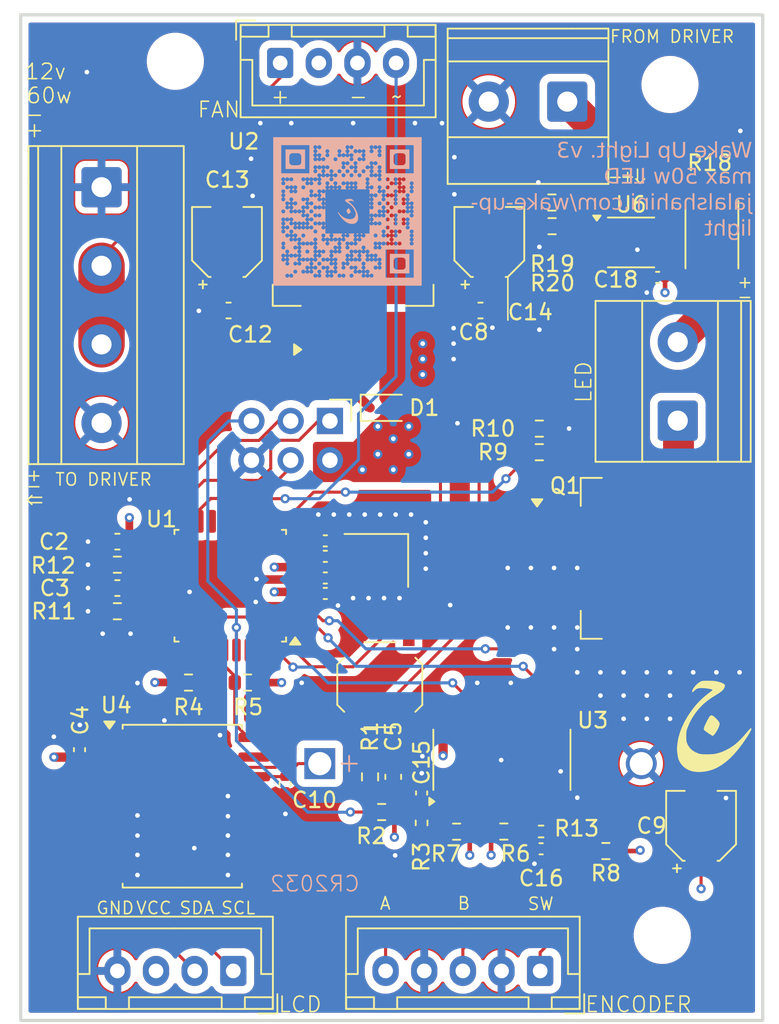
<source format=kicad_pcb>
(kicad_pcb (version 20241229) (generator "pcbnew") (generator_version "9.0")
  (title_block (title "Alarm Lamp") (date "2025-10-08") (rev "Version 2") (company "Jalal Shahini"))
  (layers (0 "F.Cu" signal) (4 "In1.Cu" signal) (6 "In2.Cu" signal) (2 "B.Cu" signal) (13 "F.Paste" user) (15 "B.Paste" user) (5 "F.SilkS" user "F.Silkscreen") (7 "B.SilkS" user "B.Silkscreen") (1 "F.Mask" user) (3 "B.Mask" user) (25 "Edge.Cuts" user))
  (net 0 "")
  (net 1 "Net-(BT1-+)")
  (net 2 "GND")
  (net 4 "Net-(U1-AREF)")
  (net 5 "RST")
  (net 6 "Net-(U1-XTAL2{slash}PB7)")
  (net 7 "Net-(U1-XTAL1{slash}PB6)")
  (net 8 "+12V")
  (net 9 "CB")
  (net 10 "CA")
  (net 12 "SCL")
  (net 13 "SDA")
  (net 14 "MOSI")
  (net 15 "SCK")
  (net 16 "MISO")
  (net 17 "Net-(Q1-G)")
  (net 18 "PWM")
  (net 22 "SW")
  (net 23 "B")
  (net 26 "A")
  (net 29 "Net-(U3-Pad6)")
  (net 33 "Net-(U1-ADC6)")
  (net 34 "Net-(U1-ADC7)")
  (net 36 "Net-(R1-Pad2)")
  (net 37 "+5v")
  (net 38 "+30v")
  (net 41 "Net-(C15-Pad2)")
  (net 44 "Net-(U3-Pad13)")
  (net 46 "LED-")
  (net 47 "LED+")
  (net 48 "Net-(U6-A1)")
  (net 49 "Net-(U6-A0)")
  (net 51 "Net-(C16-Pad2)")
  (net 52 "/FanPWM")
  (footprint "Capacitor_SMD:C_0402_1005Metric" (layer "F.Cu") (at 126.66 103.905)
    (property "Reference" "C16")
    (property "Value" "0.01uF")
  )
  (footprint "MountingHole:MountingHole_3.2mm_M3" (layer "F.Cu") (at 135 54.5)
    (property "Reference" "H2" (hide yes))
    (property "Value" "MountingHole" (hide yes))
  )
  (footprint "Resistor_SMD:R_2512_6332Metric" (layer "F.Cu") (at 137.71 64.21 -90)
    (property "Reference" "R18")
    (property "Value" "10m")
  )
  (footprint "Resistor_SMD:R_0603_1608Metric" (layer "F.Cu") (at 103.85 93.16 180)
    (property "Reference" "R4")
    (property "Value" "4.7k")
  )
  (footprint "MountingHole:MountingHole_3.2mm_M3" (layer "F.Cu") (at 103 53)
    (property "Reference" "H1" (hide yes))
    (property "Value" "MountingHole" (hide yes))
  )
  (footprint "Resistor_SMD:R_0402_1005Metric" (layer "F.Cu") (at 118.93 102.23 -90)
    (property "Reference" "R3")
    (property "Value" "10K")
  )
  (footprint "Resistor_SMD:R_0603_1608Metric" (layer "F.Cu") (at 130.85 104.05)
    (property "Reference" "R8")
    (property "Value" "10K")
  )
  (footprint "Resistor_SMD:R_0603_1608Metric" (layer "F.Cu") (at 126.545 76.745 180)
    (property "Reference" "R10")
    (property "Value" "10K")
  )
  (footprint "Capacitor_SMD:C_0402_1005Metric" (layer "F.Cu") (at 118.93 100.3 -90)
    (property "Reference" "C15")
    (property "Value" "0.01uF")
  )
  (footprint "Package_TO_SOT_SMD:TO-263-2" (layer "F.Cu") (at 134.05 85.13)
    (property "Reference" "Q1")
    (property "Value" "IRLZ44N")
  )
  (footprint "Resistor_SMD:R_0603_1608Metric" (layer "F.Cu") (at 99.25 85.54)
    (property "Reference" "R12")
    (property "Value" "100K")
  )
  (footprint "Capacitor_SMD:C_0402_1005Metric" (layer "F.Cu") (at 112.7 86.4)
    (property "Reference" "C11" (hide yes))
    (property "Value" "100 nF")
  )
  (footprint "Connector_JST:JST_XH_B4B-XH-A_1x04_P2.50mm_Vertical" (layer "F.Cu") (at 109.78 53.11)
    (property "Reference" "J6" (hide yes))
    (property "Value" "Fan")
  )
  (footprint "Connector_PinHeader_2.54mm:PinHeader_2x03_P2.54mm_Vertical" (layer "F.Cu") (at 113 76.25 -90)
    (property "Reference" "J5" (hide yes))
    (property "Value" "AVR-ISP-6")
  )
  (footprint "Capacitor_SMD:C_0402_1005Metric" (layer "F.Cu") (at 112.7 85 180)
    (property "Reference" "C7" (hide yes))
    (property "Value" "18 pF")
  )
  (footprint "Crystal:Crystal_SMD_3225-4Pin_3.2x2.5mm" (layer "F.Cu") (at 116 85.26675 180)
    (property "Reference" "Y2" (hide yes))
    (property "Value" "Crystal_GND24")
  )
  (footprint "Package_SO:SOIC-14_3.9x8.7mm_P1.27mm" (layer "F.Cu") (at 124.125 98.15 90)
    (property "Reference" "U3")
    (property "Value" "74HC14")
  )
  (footprint "Button_Switch_SMD:SW_Push_1P1T_XKB_TS-1187A" (layer "F.Cu") (at 116.225 93.3 -90)
    (property "Reference" "SW1" (hide yes))
    (property "Value" "SW_Push")
  )
  (footprint "MountingHole:MountingHole_3.2mm_M3" (layer "F.Cu") (at 134.5 109.5)
    (property "Reference" "H4" (hide yes))
    (property "Value" "MountingHole" (hide yes))
  )
  (footprint "Capacitor_SMD:C_0402_1005Metric" (layer "F.Cu") (at 112.7 87.4)
    (property "Reference" "C1" (hide yes))
    (property "Value" "100 nF")
  )
  (footprint "Package_QFP:TQFP-32_7x7mm_P0.8mm" (layer "F.Cu") (at 106.5525 86.9 180)
    (property "Reference" "U1")
    (property "Value" "ATmega328P-A" (hide yes))
  )
  (footprint "Package_SO:VSSOP-10_3x3mm_P0.5mm" (layer "F.Cu") (at 132.48 64.71)
    (property "Reference" "U6")
    (property "Value" "INA226")
  )
  (footprint "Package_SO:SOIC-16W_7.5x10.3mm_P1.27mm" (layer "F.Cu") (at 103.45 101.15)
    (property "Reference" "U4")
    (property "Value" "DS3231M")
  )
  (footprint "Resistor_SMD:R_0603_1608Metric" (layer "F.Cu") (at 127.37 63.66)
    (property "Reference" "R20")
    (property "Value" "10K")
  )
  (footprint "Capacitor_SMD:C_0402_1005Metric" (layer "F.Cu") (at 112.7 84 180)
    (property "Reference" "C6" (hide yes))
    (property "Value" "18 pF")
  )
  (footprint "Capacitor_SMD:C_0402_1005Metric" (layer "F.Cu") (at 96.8 97.5 90)
    (property "Reference" "C4")
    (property "Value" "100 nF")
  )
  (footprint "Resistor_SMD:R_0603_1608Metric" (layer "F.Cu") (at 121.195 102.7975 180)
    (property "Reference" "R7")
    (property "Value" "10K")
  )
  (footprint "Capacitor_SMD:C_0603_1608Metric" (layer "F.Cu") (at 99.25 84.05 180)
    (property "Reference" "C2")
    (property "Value" "100 nF")
  )
  (footprint "Capacitor_SMD:CP_Elec_4x5.3" (layer "F.Cu") (at 106.34 64.68 90)
    (property "Reference" "C13")
    (property "Value" "10uF")
  )
  (footprint "Capacitor_SMD:CP_Elec_4x5.3" (layer "F.Cu") (at 123.31 64.68 90)
    (property "Reference" "C14")
    (property "Value" "10uF")
  )
  (footprint "Package_TO_SOT_SMD:TO-263-2" (layer "F.Cu") (at 114.5 63.985 90)
    (property "Reference" "U2")
    (property "Value" "L7805")
  )
  (footprint "Capacitor_SMD:C_0603_1608Metric" (layer "F.Cu") (at 106.44 69.11 180)
    (property "Reference" "C12")
    (property "Value" "0.33uF")
  )
  (footprint "Connector_JST:JST_XH_B4B-XH-A_1x04_P2.50mm_Vertical" (layer "F.Cu") (at 106.75 111.8 180)
    (property "Reference" "J4" (hide yes))
    (property "Value" "LCD")
  )
  (footprint "TerminalBlock_Phoenix:TerminalBlock_Phoenix_MKDS-1,5-2-5.08_1x02_P5.08mm_Horizontal" (layer "F.Cu") (at 128.355 55.6075 180)
    (property "Reference" "J2" (hide yes))
    (property "Value" "Conn_01x02")
  )
  (footprint "Capacitor_SMD:C_0402_1005Metric" (layer "F.Cu") (at 110.1 99.72 -90)
    (property "Reference" "C10")
    (property "Value" "100 nF")
  )
  (footprint "Connector_JST:JST_XH_B5B-XH-A_1x05_P2.50mm_Vertical" (layer "F.Cu") (at 126.6 111.8 180)
    (property "Reference" "J3" (hide yes))
    (property "Value" "Encoder")
  )
  (footprint "Capacitor_SMD:C_0402_1005Metric" (layer "F.Cu") (at 134.2 66.97)
    (property "Reference" "C18")
    (property "Value" "100 nF")
  )
  (footprint "Capacitor_SMD:C_0603_1608Metric" (layer "F.Cu") (at 117.095 99.255 90)
    (property "Reference" "C5")
    (property "Value" "10 nF")
  )
  (footprint "Capacitor_SMD:C_0603_1608Metric" (layer "F.Cu") (at 122.74 69.11)
    (property "Reference" "C8")
    (property "Value" "0.1uF")
  )
  (footprint "Capacitor_SMD:CP_Elec_4x5.3" (layer "F.Cu") (at 137.01 102.42 90)
    (property "Reference" "C9")
    (property "Value" "10 uF")
  )
  (footprint "Capacitor_SMD:C_0603_1608Metric" (layer "F.Cu") (at 99.25 87.05 180)
    (property "Reference" "C3")
    (property "Value" "100 nF")
  )
  (footprint "Resistor_SMD:R_0603_1608Metric" (layer "F.Cu") (at 107.67 93.16)
    (property "Reference" "R5")
    (property "Value" "4.7k")
  )
  (footprint "footprints:j" (layer "F.Cu") (at 138 96)
    (property "Reference" "G***" (hide yes))
    (property "Value" "LOGO" (hide yes))
  )
  (footprint "TerminalBlock_Phoenix:TerminalBlock_Phoenix_MKDS-1,5-4-5.08_1x04_P5.08mm_Horizontal" (layer "F.Cu") (at 98.225 61.14 -90)
    (property "Reference" "J7" (hide yes))
    (property "Value" "Conn_01x04")
  )
  (footprint "Resistor_SMD:R_0603_1608Metric" (layer "F.Cu") (at 127.36 62.13)
    (property "Reference" "R19")
    (property "Value" "10K")
  )
  (footprint "Resistor_SMD:R_0603_1608Metric" (layer "F.Cu") (at 126.545 78.27)
    (property "Reference" "R9")
    (property "Value" "47R")
  )
  (footprint "Resistor_SMD:R_0603_1608Metric" (layer "F.Cu") (at 115.595 99.255 90)
    (property "Reference" "R1")
    (property "Value" "330R")
  )
  (footprint "Resistor_SMD:R_0603_1608Metric" (layer "F.Cu") (at 99.25 88.55)
    (property "Reference" "R11")
    (property "Value" "100K")
  )
  (footprint "Diode_SMD:D_SOD-323" (layer "F.Cu") (at 116.6 75.4)
    (property "Reference" "D1")
    (property "Value" "D_Schottky")
  )
  (footprint "Resistor_SMD:R_0603_1608Metric" (layer "F.Cu") (at 116.345 101.53)
    (property "Reference" "R2")
    (property "Value" "10 K")
  )
  (footprint "TerminalBlock_Phoenix:TerminalBlock_Phoenix_MKDS-1,5-2-5.08_1x02_P5.08mm_Horizontal" (layer "F.Cu") (at 135.5 76.23 90)
    (property "Reference" "J1" (hide yes))
    (property "Value" "Conn_01x02")
  )
  (footprint "Resistor_SMD:R_0603_1608Metric" (layer "F.Cu") (at 124.25 102.79)
    (property "Reference" "R6")
    (property "Value" "10K")
  )
  (footprint "Resistor_SMD:R_0402_1005Metric" (layer "F.Cu") (at 126.66 102.785 180)
    (property "Reference" "R13")
    (property "Value" "10K")
  )
  (footprint "Battery:BatteryHolder_MYOUNG_BS-07-A1BJ001_CR2032" (layer "B.Cu") (at 112.342546 98.4)
    (property "Reference" "BT1" (hide yes))
    (property "Value" "Battery_Cell")
  )
  (footprint "footprints:qr" (layer "B.Cu") (at 114.14 62.7 180)
    (property "Reference" "G***" (hide yes))
    (property "Value" "LOGO" (hide yes))
  )
  (gr_line (start 124.51 66.94) (end 124.51 69.73) (stroke (width 0.1)) (layer "F.SilkS"))
  (gr_rect (start 93 50) (end 141 115) (stroke (width 0.2)) (fill no) (layer "Edge.Cuts"))
  (gr_text "⇒" (at 94.7 80.75 180) (layer "F.SilkS") (effects (font (size 1.2 1.2) (thickness 0.1)) (justify left bottom)))
  (gr_text "-" (at 93.2 57 0) (layer "F.SilkS") (effects (font (size 1 1) (thickness 0.1)) (justify left bottom)))
  (gr_text "+" (at 132.67 61.05 90) (layer "F.SilkS") (effects (font (size 0.8 0.8) (thickness 0.1)) (justify left bottom)))
  (gr_text "LCD" (at 109.6 114.55 0) (layer "F.SilkS") (effects (font (size 1 1) (thickness 0.1)) (justify left bottom)))
  (gr_text "SCL" (at 105.9 108.2 0) (layer "F.SilkS") (effects (font (size 0.8 0.8) (thickness 0.1)) (justify left bottom)))
  (gr_text "+" (at 93.2 58 0) (layer "F.SilkS") (effects (font (size 1 1) (thickness 0.1)) (justify left bottom)))
  (gr_text "-" (at 132.02 60.1 180) (layer "F.SilkS") (effects (font (size 0.8 0.8) (thickness 0.1)) (justify left bottom)))
  (gr_text "B" (at 121.2 107.9 0) (layer "F.SilkS") (effects (font (size 0.8 0.8) (thickness 0.1)) (justify left bottom)))
  (gr_text "-" (at 93.3 80.91 0) (layer "F.SilkS") (effects (font (size 0.8 0.8) (thickness 0.1)) (justify left bottom)))
  (gr_text "FROM DRIVER" (at 131.05 51.87 0) (layer "F.SilkS") (effects (font (size 0.8 0.8) (thickness 0.1)) (justify left bottom)))
  (gr_text "FAN" (at 104.37 56.71 0) (layer "F.SilkS") (effects (font (size 1 1) (thickness 0.1)) (justify left bottom)))
  (gr_text "LED" (at 130 75.16 90) (layer "F.SilkS") (effects (font (size 1 1) (thickness 0.1)) (justify left bottom)))
  (gr_text "SW" (at 125.73 107.93 0) (layer "F.SilkS") (effects (font (size 0.8 0.8) (thickness 0.1)) (justify left bottom)))
  (gr_text "⇒" (at 132.46 59.62 270) (layer "F.SilkS") (effects (font (size 1.2 1.2) (thickness 0.1)) (justify left bottom)))
  (gr_text "A" (at 116.17 107.9 0) (layer "F.SilkS") (effects (font (size 0.8 0.8) (thickness 0.1)) (justify left bottom)))
  (gr_text "-" (at 140.41 67.86 180) (layer "F.SilkS") (effects (font (size 0.8 0.8) (thickness 0.1)) (justify left bottom)))
  (gr_text "12v" (at 93.2 54.25 0) (layer "F.SilkS") (effects (font (size 1 1) (thickness 0.1)) (justify left bottom)))
  (gr_text "+     -  ~" (at 109.1 55.85 0) (layer "F.SilkS") (effects (font (size 1 1) (thickness 0.1)) (justify left bottom)))
  (gr_text "60w" (at 93.3 55.8 0) (layer "F.SilkS") (effects (font (size 1 1) (thickness 0.1)) (justify left bottom)))
  (gr_text "ENCODER" (at 129.45 114.55 0) (layer "F.SilkS") (effects (font (size 1 1) (thickness 0.1)) (justify left bottom)))
  (gr_text "+" (at 93.3 80.21 0) (layer "F.SilkS") (effects (font (size 0.8 0.8) (thickness 0.1)) (justify left bottom)))
  (gr_text "GND" (at 97.825 108.2 0) (layer "F.SilkS") (effects (font (size 0.8 0.8) (thickness 0.1)) (justify left bottom)))
  (gr_text "+" (at 140.41 66.91 180) (layer "F.SilkS") (effects (font (size 0.8 0.8) (thickness 0.1)) (justify left bottom)))
  (gr_text "SDA" (at 103.2 108.2 0) (layer "F.SilkS") (effects (font (size 0.8 0.8) (thickness 0.1)) (justify left bottom)))
  (gr_text "TO DRIVER" (at 95.17 80.5 0) (layer "F.SilkS") (effects (font (size 0.8 0.8) (thickness 0.1)) (justify left bottom)))
  (gr_text "VCC" (at 100.4 108.2 0) (layer "F.SilkS") (effects (font (size 0.8 0.8) (thickness 0.1)) (justify left bottom)))
  (gr_text "CR2032" (at 115 106.75 0) (layer "B.SilkS") (effects (font (size 1 1) (thickness 0.1)) (justify left bottom mirror)))
  (gr_text "Wake Up Light. v3\nmax 50w LED\njalalshahini.com/wake-up-\nlight" (at 140.32 64.44 0) (layer "B.SilkS") (effects (font (size 1 1) (thickness 0.1)) (justify left bottom mirror)))
  (segment (start 112.342546 98.4) (end 110.94 98.4) (width 0.2) (layer "F.Cu") (net 1))
  (segment (start 110.94 98.4) (end 110.1 99.24) (width 0.2) (layer "F.Cu") (net 1))
  (segment (start 110.1 99.24) (end 108.105 99.24) (width 0.2) (layer "F.Cu") (net 1))
  (segment (start 108.105 99.24) (end 108.1 99.245) (width 0.2) (layer "F.Cu") (net 1))
  (segment (start 110.715 88.1) (end 112.789999 88.1) (width 0.3) (layer "F.Cu") (net 2))
  (segment (start 114.9 84.41675) (end 115.16675 84.41675) (width 0.5) (layer "F.Cu") (net 2))
  (segment (start 112.789999 88.1) (end 113.18 87.709999) (width 0.3) (layer "F.Cu") (net 2))
  (segment (start 113.18 87.4) (end 113.18 86.4) (width 0.5) (layer "F.Cu") (net 2))
  (segment (start 114.48325 84) (end 114.9 84.41675) (width 0.5) (layer "F.Cu") (net 2))
  (segment (start 113.18 84) (end 114.48325 84) (width 0.5) (layer "F.Cu") (net 2))
  (segment (start 115.16675 84.41675) (end 116.86675 86.11675) (width 0.5) (layer "F.Cu") (net 2))
  (segment (start 108.275 86.5) (end 110.715 86.5) (width 0.55) (layer "F.Cu") (net 2))
  (segment (start 116.86675 86.11675) (end 117.1 86.11675) (width 0.5) (layer "F.Cu") (net 2))
  (segment (start 110.12 101.65) (end 110.1 101.63) (width 0.2) (layer "F.Cu") (net 2))
  (segment (start 132.92 65.21) (end 132.89 65.18) (width 0.2) (layer "F.Cu") (net 2))
  (segment (start 110.1 101.63) (end 110.1 100.2) (width 0.2) (layer "F.Cu") (net 2))
  (segment (start 113.18 85) (end 113.18 84) (width 0.5) (layer "F.Cu") (net 2))
  (segment (start 113.18 87.709999) (end 113.18 87.4) (width 0.3) (layer "F.Cu") (net 2))
  (segment (start 103.92 87.3) (end 102.39 87.3) (width 0.55) (layer "F.Cu") (net 2))
  (segment (start 108.25 86.475) (end 108.275 86.5) (width 0.5) (layer "F.Cu") (net 2))
  (segment (start 108.2 87.95) (end 108.35 88.1) (width 0.3) (layer "F.Cu") (net 2))
  (segment (start 108.35 88.1) (end 110.715 88.1) (width 0.3) (layer "F.Cu") (net 2))
  (segment (start 134.68 65.21) (end 132.92 65.21) (width 0.2) (layer "F.Cu") (net 2))
  (via (at 104.52 69.13) (size 0.6) (drill 0.3) (layers "F.Cu" "B.Cu") (net 2))
  (via (at 135 94) (size 0.6) (drill 0.3) (layers "F.Cu" "B.Cu") (net 2))
  (via (at 118.98 97.92) (size 0.6) (drill 0.3) (layers "F.Cu" "B.Cu") (net 2))
  (via (at 133.5 95.5) (size 0.6) (drill 0.3) (layers "F.Cu" "B.Cu") (net 2))
  (via (at 119.2 85.8) (size 0.6) (drill 0.3) (layers "F.Cu" "B.Cu") (net 2))
  (via (at 97.275 53.7) (size 0.6) (drill 0.3) (layers "F.Cu" "B.Cu") (net 2))
  (via (at 100.04 81.32) (size 0.6) (drill 0.3) (layers "F.Cu" "B.Cu") (net 2))
  (via (at 127.5 85.75) (size 0.6) (drill 0.3) (layers "F.Cu" "B.Cu") (net 2))
  (via (at 127.5 89.6) (size 0.6) (drill 0.3) (layers "F.Cu" "B.Cu") (net 2))
  (via (at 103.92 87.3) (size 0.6) (drill 0.3) (layers "F.Cu" "B.Cu") (net 2))
  (via (at 124.5 89.6) (size 0.6) (drill 0.3) (layers "F.Cu" "B.Cu") (net 2))
  (via (at 117.5 87.7) (size 0.6) (drill 0.3) (layers "F.Cu" "B.Cu") (net 2))
  (via (at 133.5 94) (size 0.6) (drill 0.3) (layers "F.Cu" "B.Cu") (net 2))
  (via (at 126 89.6) (size 0.6) (drill 0.3) (layers "F.Cu" "B.Cu") (net 2))
  (via (at 119.2 83.8) (size 0.6) (drill 0.3) (layers "F.Cu" "B.Cu") (net 2))
  (via (at 97.35 84.05) (size 0.6) (drill 0.3) (layers "F.Cu" "B.Cu") (net 2))
  (via (at 135 92.5) (size 0.6) (drill 0.3) (layers "F.Cu" "B.Cu") (net 2))
  (via (at 115.25 82.3) (size 0.6) (drill 0.3) (layers "F.Cu" "B.Cu") (net 2))
  (via (at 138.62 100.62) (size 0.6) (drill 0.3) (layers "F.Cu" "B.Cu") (net 2))
  (via (at 129 89.6) (size 0.6) (drill 0.3) (layers "F.Cu" "B.Cu") (net 2))
  (via (at 96.82 95.9) (size 0.6) (drill 0.3) (layers "F.Cu" "B.Cu") (net 2))
  (via (at 107.9 59.3) (size 0.6) (drill 0.3) (layers "F.Cu" "B.Cu") (net 2))
  (via (at 128.47 76.74) (size 0.6) (drill 0.3) (layers "F.Cu" "B.Cu") (net 2))
  (via (at 118.5 57) (size 0.6) (drill 0.3) (layers "F.Cu" "B.Cu") (net 2))
  (via (at 136.5 92.5) (size 0.6) (drill 0.3) (layers "F.Cu" "B.Cu") (net 2))
  (via (at 100.55 93.19) (size 0.6) (drill 0.3) (layers "F.Cu" "B.Cu") (net 2))
  (via (at 112.25 82.3) (size 0.6) (drill 0.3) (layers "F.Cu" "B.Cu") (net 2))
  (via (at 113.52 88.18) (size 0.6) (drill 0.3) (layers "F.Cu" "B.Cu") (net 2))
  (via (at 121 70.25) (size 0.6) (drill 0.3) (layers "F.Cu" "B.Cu") (net 2))
  (via (at 98.3 90) (size 0.6) (drill 0.3) (layers "F.Cu" "B.Cu") (net 2))
  (via (at 111.175 93.175) (size 0.6) (drill 0.3) (layers "F.Cu" "B.Cu") (net 2))
  (via (at 126.55 70.35) (size 0.6) (drill 0.3) (layers "F.Cu" "B.Cu") (net 2))
  (via (at 126.48 60.83) (size 0.6) (drill 0.3) (layers "F.Cu" "B.Cu") (net 2))
  (via (at 138 92.5) (size 0.6) (drill 0.3) (layers "F.Cu" "B.Cu") (net 2))
  (via (at 97.35 87.05) (size 0.6) (drill 0.3) (layers "F.Cu" "B.Cu") (net 2))
  (via (at 106.4 104.3) (size 0.6) (drill 0.3) (layers "F.Cu" "B.Cu") (net 2))
  (via (at 108.5 57) (size 0.6) (drill 0.3) (layers "F.Cu" "B.Cu") (net 2))
  (via (at 116.5 87.7) (size 0.6) (drill 0.3) (layers "F.Cu" "B.Cu") (net 2))
  (via (at 100.55 105.6) (size 0.6) (drill 0.3) (layers "F.Cu" "B.Cu") (net 2))
  (via (at 106.4 100.5) (size 0.6) (drill 0.3) (layers "F.Cu" "B.Cu") (net 2))
  (via (at 100.55 101.75) (size 0.6) (drill 0.3) (layers "F.Cu" "B.Cu") (net 2))
  (via (at 126 85.75) (size 0.6) (drill 0.3) (layers "F.Cu" "B.Cu") (net 2))
  (via (at 105.89 96.56) (size 0.6) (drill 0.3) (layers "F.Cu" "B.Cu") (net 2))
  (via (at 135 95.5) (size 0.6) (drill 0.3) (layers "F.Cu" "B.Cu") (net 2))
  (via (at 100.1 90) (size 0.6) (drill 0.3) (layers "F.Cu" "B.Cu") (net 2))
  (via (at 121.25 76.4) (size 0.6) (drill 0.3) (layers "F.Cu" "B.Cu") (net 2))
  (via (at 121.05 59.2) (size 0.6) (drill 0.3) (layers "F.Cu" "B.Cu") (net 2))
  (via (at 108 61.7) (size 0.6) (drill 0.3) (layers "F.Cu" "B.Cu") (net 2))
  (via (at 108.2 87.95) (size 0.6) (drill 0.3) (layers "F.Cu" "B.Cu") (net 2))
  (via (at 129 100.6) (size 0.6) (drill 0.3) (layers "F.Cu" "B.Cu") (net 2))
  (via (at 126.23 104.87) (size 0.6) (drill 0.3) (layers "F.Cu" "B.Cu") (net 2))
  (via (at 100.55 104.3) (size 0.6) (drill 0.3) (layers "F.Cu" "B.Cu") (net 2))
  (via (at 129 85.75) (size 0.6) (drill 0.3) (layers "F.Cu" "B.Cu") (net 2))
  (via (at 132 94) (size 0.6) (drill 0.3) (layers "F.Cu" "B.Cu") (net 2))
  (via (at 110.5 57) (size 0.6) (drill 0.3) (layers "F.Cu" "B.Cu") (net 2))
  (via (at 102.29 95.61) (size 0.6) (drill 0.3) (layers "F.Cu" "B.Cu") (net 2))
  (via (at 104.225 103.86) (size 0.6) (drill 0.3) (layers "F.Cu" "B.Cu") (net 2))
  (via (at 124.7 93.18) (size 0.6) (drill 0.3) (layers "F.Cu" "B.Cu") (net 2))
  (via (at 124.5 85.75) (size 0.6) (drill 0.3) (layers "F.Cu" "B.Cu") (net 2))
  (via (at 127.925 98.9) (size 0.6) (drill 0.3) (layers "F.Cu" "B.Cu") (net 2))
  (via (at 108.25 86.475) (size 0.6) (drill 0.3) (layers "F.Cu" "B.Cu") (net 2))
  (via (at 121 71.25) (size 0.6) (drill 0.3) (layers "F.Cu" "B.Cu") (net 2))
  (via (at 100.55 103.05) (size 0.6) (drill 0.3) (layers "F.Cu" "B.Cu") (net 2))
  (via (at 106.4 105.6) (size 0.6) (drill 0.3) (layers "F.Cu" "B.Cu") (net 2))
  (via (at 97.35 88.55) (size 0.6) (drill 0.3) (layers "F.Cu" "B.Cu") (net 2))
  (via (at 118.25 82.3) (size 0.6) (drill 0.3) (layers "F.Cu" "B.Cu") (net 2))
  (via (at 130.5 94) (size 0.6) (drill 0.3) (layers "F.Cu" "B.Cu") (net 2))
  (via (at 129 92.5) (size 0.6) (drill 0.3) (layers "F.Cu" "B.Cu") (net 2))
  (via (at 119.2 84.8) (size 0.6) (drill 0.3) (layers "F.Cu" "B.Cu") (net 2))
  (via (at 133.5 67.95) (size 0.6) (drill 0.3) (layers "F.Cu" "B.Cu") (net 2))
  (via (at 133.5 92.5) (size 0.6) (drill 0.3) (layers "F.Cu" "B.Cu") (net 2))
  (via (at 139.5 92.5) (size 0.6) (drill 0.3) (layers "F.Cu" "B.Cu") (net 2))
  (via (at 129 91) (size 0.6) (drill 0.3) (layers "F.Cu" "B.Cu") (net 2))
  (via (at 114.5 57) (size 0.6) (drill 0.3) (layers "F.Cu" "B.Cu") (net 2))
  (via (at 114.5 87.7) (size 0.6) (drill 0.3) (layers "F.Cu" "B.Cu") (net 2))
  (via (at 114.25 82.3) (size 0.6) (drill 0.3) (layers "F.Cu" "B.Cu") (net 2))
  (via (at 117.25 82.3) (size 0.6) (drill 0.3) (layers "F.Cu" "B.Cu") (net 2))
  (via (at 121.05 61.6) (size 0.6) (drill 0.3) (layers "F.Cu" "B.Cu") (net 2))
  (via (at 97.35 85.54) (size 0.6) (drill 0.3) (layers "F.Cu" "B.Cu") (net 2))
  (via (at 139.55 57.5) (size 0.6) (drill 0.3) (layers "F.Cu" "B.Cu") (net 2))
  (via (at 123.51 70.22) (size 0.6) (drill 0.3) (layers "F.Cu" "B.Cu") (net 2))
  (via (at 120.25 57) (size 0.6) (drill 0.3) (layers "F.Cu" "B.Cu") (net 2))
  (via (at 132.89 65.18) (size 0.6) (drill 0.3) (layers "F.Cu" "B.Cu") (net 2))
  (via (at 95.14 96.66) (size 0.6) (drill 0.3) (layers "F.Cu" "B.Cu") (net 2))
  (via (at 119.2 82.8) (size 0.6) (drill 0.3) (layers "F.Cu" "B.Cu") (net 2))
  (via (at 126.55 65) (size 0.6) (drill 0.3) (layers "F.Cu" "B.Cu") (net 2))
  (via (at 115.5 87.7) (size 0.6) (drill 0.3) (layers "F.Cu" "B.Cu") (net 2))
  (via (at 130.5 92.5) (size 0.6) (drill 0.3) (layers "F.Cu" "B.Cu") (net 2))
  (via (at 127.5 91) (size 0.6) (drill 0.3) (layers "F.Cu" "B.Cu") (net 2))
  (via (at 122.53 93.18) (size 0.6) (drill 0.3) (layers "F.Cu" "B.Cu") (net 2))
  (via (at 106.4 101.8) (size 0.6) (drill 0.3) (layers "F.Cu" "B.Cu") (net 2))
  (via (at 121 72.25) (size 0.6) (drill 0.3) (layers "F.Cu" "B.Cu") (net 2))
  (via (at 120.78 88.15) (size 0.6) (drill 0.3) (layers "F.Cu" "B.Cu") (net 2))
  (via (at 110.12 101.65) (size 0.6) (drill 0.3) (layers "F.Cu" "B.Cu") (net 2))
  (via (at 118.94 99.02) (size 0.6) (drill 0.3) (layers "F.Cu" "B.Cu") (net 2))
  (via (at 106.4 103.05) (size 0.6) (drill 0.3) (layers "F.Cu" "B.Cu") (net 2))
  (via (at 132 95.5) (size 0.6) (drill 0.3) (layers "F.Cu" "B.Cu") (net 2))
  (via (at 124.08 98.17) (size 0.6) (drill 0.3) (layers "F.Cu" "B.Cu") (net 2))
  (via (at 132 92.5) (size 0.6) (drill 0.3) (layers "F.Cu" "B.Cu") (net 2))
  (via (at 113.25 82.3) (size 0.6) (drill 0.3) (layers "F.Cu" "B.Cu") (net 2))
  (via (at 117.22 104.33) (size 0.6) (drill 0.3) (layers "F.Cu" "B.Cu") (net 2))
  (via (at 116.25 82.3) (size 0.6) (drill 0.3) (layers "F.Cu" "B.Cu") (net 2))
  (segment (start 100.575 86.5) (end 100.025 87.05) (width 0.2) (layer "F.Cu") (net 4))
  (segment (start 102.39 86.5) (end 100.575 86.5) (width 0.2) (layer "F.Cu") (net 4))
  (segment (start 117.095 100.03) (end 115.645 100.03) (width 0.2) (layer "F.Cu") (net 5))
  (segment (start 106.95 91.06) (end 106.9525 91.0625) (width 0.2) (layer "F.Cu") (net 5))
  (segment (start 106.95 89.6) (end 106.95 91.06) (width 0.2) (layer "F.Cu") (net 5))
  (segment (start 115.595 100.08) (end 115.595 101.455) (width 0.2) (layer "F.Cu") (net 5))
  (segment (start 114.37 101.53) (end 115.52 101.53) (width 0.2) (layer "F.Cu") (net 5))
  (via (at 114.32 101.53) (size 0.6) (drill 0.3) (layers "F.Cu" "B.Cu") (net 5))
  (via (at 106.95 89.6) (size 0.6) (drill 0.3) (layers "F.Cu" "B.Cu") (net 5))
  (segment (start 105.1 77.6) (end 106.45 76.25) (width 0.2) (layer "B.Cu") (net 5))
  (segment (start 105.1 86.6) (end 105.1 77.6) (width 0.2) (layer "B.Cu") (net 5))
  (segment (start 106.95 89.6) (end 106.95 89.45) (width 0.2) (layer "B.Cu") (net 5))
  (segment (start 114.32 101.53) (end 114.31 101.54) (width 0.2) (layer "B.Cu") (net 5))
  (segment (start 111.57 101.54) (end 106.95 96.92) (width 0.2) (layer "B.Cu") (net 5))
  (segment (start 106.45 76.25) (end 107.92 76.25) (width 0.2) (layer "B.Cu") (net 5))
  (segment (start 106.95 89.6) (end 106.95 88.45) (width 0.2) (layer "B.Cu") (net 5))
  (segment (start 106.95 88.45) (end 105.1 86.6) (width 0.2) (layer "B.Cu") (net 5))
  (segment (start 106.95 96.92) (end 106.95 89.6) (width 0.2) (layer "B.Cu") (net 5))
  (segment (start 114.31 101.54) (end 111.57 101.54) (width 0.2) (layer "B.Cu") (net 5))
  (segment (start 112.22 84) (end 110.815 84) (width 0.2) (layer "F.Cu") (net 6))
  (segment (start 112.66 83.325) (end 112.22 83.765) (width 0.2) (layer "F.Cu") (net 6))
  (segment (start 112.22 83.765) (end 112.22 84) (width 0.2) (layer "F.Cu") (net 6))
  (segment (start 116.934406 84.41675) (end 116.934406 83.934406) (width 0.2) (layer "F.Cu") (net 6))
  (segment (start 116.325 83.325) (end 112.66 83.325) (width 0.2) (layer "F.Cu") (net 6))
  (segment (start 116.934406 83.934406) (end 116.325 83.325) (width 0.2) (layer "F.Cu") (net 6))
  (segment (start 110.815 84) (end 110.715 84.1) (width 0.2) (layer "F.Cu") (net 6))
  (segment (start 114.734406 86.11675) (end 114.342656 85.725) (width 0.2) (layer "F.Cu") (net 7))
  (segment (start 112.945 85.725) (end 112.22 85) (width 0.2) (layer "F.Cu") (net 7))
  (segment (start 110.815 85) (end 110.715 84.9) (width 0.2) (layer "F.Cu") (net 7))
  (segment (start 114.342656 85.725) (end 112.945 85.725) (width 0.2) (layer "F.Cu") (net 7))
  (segment (start 112.22 85) (end 110.815 85) (width 0.2) (layer "F.Cu") (net 7))
  (segment (start 111.96 71.75) (end 111.96 71.635) (width 0.5) (layer "F.Cu") (net 8))
  (segment (start 109.435 69.11) (end 111.96 71.635) (width 0.6) (layer "F.Cu") (net 8))
  (segment (start 107.215 69.11) (end 109.435 69.11) (width 0.6) (layer "F.Cu") (net 8))
  (segment (start 103.045 66.48) (end 98.225 71.3) (width 0.6) (layer "F.Cu") (net 8))
  (segment (start 98.225 65.625) (end 109.78 54.07) (width 0.2) (layer "F.Cu") (net 8))
  (segment (start 107.215 67.355) (end 106.34 66.48) (width 0.6) (layer "F.Cu") (net 8))
  (segment (start 98.225 71.3) (end 98.225 66.22) (width 3) (layer "F.Cu") (net 8))
  (segment (start 111.96 71.635) (end 111.96 71.76) (width 0.5) (layer "F.Cu") (net 8))
  (segment (start 111.96 71.76) (end 115.6 75.4) (width 0.6) (layer "F.Cu") (net 8))
  (segment (start 98.5475 66.28) (end 98.285 66.28) (width 0.2) (layer "F.Cu") (net 8))
  (segment (start 98.225 66.22) (end 98.225 65.625) (width 0.2) (layer "F.Cu") (net 8))
  (segment (start 106.34 66.48) (end 103.045 66.48) (width 0.6) (layer "F.Cu") (net 8))
  (segment (start 107.215 69.11) (end 107.215 67.355) (width 0.6) (layer "F.Cu") (net 8))
  (segment (start 109.78 54.07) (end 109.78 53.11) (width 0.2) (layer "F.Cu") (net 8))
  (segment (start 98.285 66.28) (end 98.225 66.22) (width 0.2) (layer "F.Cu") (net 8))
  (segment (start 125.5 92.11) (end 127.935 94.545) (width 0.2) (layer "F.Cu") (net 9))
  (segment (start 112.31 89.7) (end 112.88 90.27) (width 0.2) (layer "F.Cu") (net 9))
  (segment (start 127.935 94.545) (end 127.935 95.675) (width 0.2) (layer "F.Cu") (net 9))
  (segment (start 110.715 89.7) (end 112.31 89.7) (width 0.2) (layer "F.Cu") (net 9))
  (via (at 125.5 92.11) (size 0.6) (drill 0.3) (layers "F.Cu" "B.Cu") (net 9))
  (via (at 112.88 90.27) (size 0.6) (drill 0.3) (layers "F.Cu" "B.Cu") (net 9))
  (segment (start 125.5 92.11) (end 114.71 92.11) (width 0.2) (layer "B.Cu") (net 9))
  (segment (start 112.88 90.28) (end 112.88 90.27) (width 0.2) (layer "B.Cu") (net 9))
  (segment (start 114.71 92.11) (end 112.88 90.28) (width 0.2) (layer "B.Cu") (net 9))
  (segment (start 120.94 93.18) (end 122.855 95.095) (width 0.2) (layer "F.Cu") (net 10))
  (segment (start 109.3525 91.0625) (end 109.5125 91.0625) (width 0.2) (layer "F.Cu") (net 10))
  (segment (start 122.855 95.095) (end 122.855 95.675) (width 0.2) (layer "F.Cu") (net 10))
  (segment (start 109.5125 91.0625) (end 110.61 92.16) (width 0.2) (layer "F.Cu") (net 10))
  (via (at 120.94 93.18) (size 0.6) (drill 0.3) (layers "F.Cu" "B.Cu") (net 10))
  (via (at 110.61 92.16) (size 0.6) (drill 0.3) (layers "F.Cu" "B.Cu") (net 10))
  (segment (start 120.94 93.18) (end 112.88 93.18) (width 0.2) (layer "B.Cu") (net 10))
  (segment (start 111.86 92.16) (end 110.61 92.16) (width 0.2) (layer "B.Cu") (net 10))
  (segment (start 112.88 93.18) (end 111.86 92.16) (width 0.2) (layer "B.Cu") (net 10))
  (segment (start 106.67 98.64) (end 105.5 99.81) (width 0.2) (layer "F.Cu") (net 12))
  (segment (start 109.74 97.015) (end 109.74 98.385) (width 0.2) (layer "F.Cu") (net 12))
  (segment (start 106.845 95.845) (end 106.845 93.16) (width 0.2) (layer "F.Cu") (net 12))
  (segment (start 122.65 76.5) (end 122.65 88.59) (width 0.2) (layer "F.Cu") (net 12))
  (segment (start 108.545 96.705) (end 108.1 96.705) (width 0.2) (layer "F.Cu") (net 12))
  (segment (start 110.25 95) (end 108.545 96.705) (width 0.2) (layer "F.Cu") (net 12))
  (segment (start 105.5 110.55) (end 106.75 111.8) (width 0.2) (layer "F.Cu") (net 12))
  (segment (start 108.1 96.705) (end 107.705 96.705) (width 0.2) (layer "F.Cu") (net 12))
  (segment (start 130.28 68.87) (end 122.65 76.5) (width 0.2) (layer "F.Cu") (net 12))
  (segment (start 122.65 88.59) (end 116.24 95) (width 0.2) (layer "F.Cu") (net 12))
  (segment (start 107.705 96.705) (end 106.845 95.845) (width 0.2) (layer "F.Cu") (net 12))
  (segment (start 130.29 65.8) (end 130.28 65.79) (width 0.2) (layer "F.Cu") (net 12))
  (segment (start 106.845 92.745) (end 106.845 93.16) (width 0.2) (layer "F.Cu") (net 12))
  (segment (start 106.1525 92.0525) (end 106.845 92.745) (width 0.2) (layer "F.Cu") (net 12))
  (segment (start 105.5 99.81) (end 105.5 110.55) (width 0.2) (layer "F.Cu") (net 12))
  (segment (start 109.43 96.705) (end 109.74 97.015) (width 0.2) (layer "F.Cu") (net 12))
  (segment (start 130.28 65.79) (end 130.28 65.71) (width 0.2) (layer "F.Cu") (net 12))
  (segment (start 109.74 98.385) (end 109.485 98.64) (width 0.2) (layer "F.Cu") (net 12))
  (segment (start 116.24 95) (end 110.25 95) (width 0.2) (layer "F.Cu") (net 12))
  (segment (start 106.1525 91.0625) (end 106.1525 92.0525) (width 0.2) (layer "F.Cu") (net 12))
  (segment (start 109.485 98.64) (end 106.67 98.64) (width 0.2) (layer "F.Cu") (net 12))
  (segment (start 130.28 65.71) (end 130.28 68.87) (width 0.2) (layer "F.Cu") (net 12))
  (segment (start 108.1 96.705) (end 109.43 96.705) (width 0.2) (layer "F.Cu") (net 12))
  (segment (start 104.675 92.725) (end 104.675 93.16) (width 0.2) (layer "F.Cu") (net 13))
  (segment (start 128.74 65.21) (end 126.55 67.4) (width 0.2) (layer "F.Cu") (net 13))
  (segment (start 102.99 110.54) (end 102.99 100.15) (width 0.2) (layer "F.Cu") (net 13))
  (segment (start 120.15 86.49) (end 114.5 92.14) (width 0.2) (layer "F.Cu") (net 13))
  (segment (start 107.075001 97.975) (end 105.15 97.975) (width 0.2) (layer "F.Cu") (net 13))
  (segment (start 102.99 100.15) (end 105.165 97.975) (width 0.2) (layer "F.Cu") (net 13))
  (segment (start 126.55 67.4) (end 126.55 68.68) (width 0.2) (layer "F.Cu") (net 13))
  (segment (start 105.165 97.975) (end 107.075001 97.975) (width 0.2) (layer "F.Cu") (net 13))
  (segment (start 105.33 91.085) (end 105.3525 91.0625) (width 0.2) (layer "F.Cu") (net 13))
  (segment (start 105.3525 92.0475) (end 104.675 92.725) (width 0.2) (layer "F.Cu") (net 13))
  (segment (start 104.25 111.8) (end 102.99 110.54) (width 0.2) (layer "F.Cu") (net 13))
  (segment (start 120.15 75.08) (end 120.15 86.49) (width 0.2) (layer "F.Cu") (net 13))
  (segment (start 105.3525 89.8975) (end 105.3525 91.0625) (width 0.2) (layer "F.Cu") (net 13))
  (segment (start 105.15 97.975) (end 104.675 97.5) (width 0.2) (layer "F.Cu") (net 13))
  (segment (start 108.1 97.975) (end 107.075001 97.975) (width 0.2) (layer "F.Cu") (net 13))
  (segment (start 105.3525 91.0625) (end 105.3 91.115) (width 0.2) (layer "F.Cu") (net 13))
  (segment (start 126.55 68.68) (end 120.15 75.08) (width 0.2) (layer "F.Cu") (net 13))
  (segment (start 104.25 111.8) (end 104.5 111.55) (width 0.2) (layer "F.Cu") (net 13))
  (segment (start 104.675 97.5) (end 104.675 93.16) (width 0.2) (layer "F.Cu") (net 13))
  (segment (start 105.3525 91.0625) (end 105.3525 92.0475) (width 0.2) (layer "F.Cu") (net 13))
  (segment (start 130.28 65.21) (end 128.74 65.21) (width 0.2) (layer "F.Cu") (net 13))
  (segment (start 111.791444 92.14) (end 108.576444 88.925) (width 0.2) (layer "F.Cu") (net 13))
  (segment (start 106.325 88.925) (end 105.3525 89.8975) (width 0.2) (layer "F.Cu") (net 13))
  (segment (start 105.325 91.09) (end 105.3525 91.0625) (width 0.2) (layer "F.Cu") (net 13))
  (segment (start 114.5 92.14) (end 111.791444 92.14) (width 0.2) (layer "F.Cu") (net 13))
  (segment (start 108.576444 88.925) (end 106.325 88.925) (width 0.2) (layer "F.Cu") (net 13))
  (segment (start 104.25 111.8) (end 104.05 111.6) (width 0.2) (layer "B.Cu") (net 13))
  (segment (start 110.46 79.25) (end 108.45 81.26) (width 0.2) (layer "F.Cu") (net 14))
  (segment (start 104.5525 82.000001) (end 104.5525 82.7375) (width 0.2) (layer "F.Cu") (net 14))
  (segment (start 105.292501 81.26) (end 104.5525 82.000001) (width 0.2) (layer "F.Cu") (net 14))
  (segment (start 110.46 78.79) (end 110.46 79.25) (width 0.2) (layer "F.Cu") (net 14))
  (segment (start 108.45 81.26) (end 105.292501 81.26) (width 0.2) (layer "F.Cu") (net 14))
  (segment (start 108.41 77.51) (end 109.67 76.25) (width 0.2) (layer "F.Cu") (net 15))
  (segment (start 102.39 81.46) (end 106.34 77.51) (width 0.2) (layer "F.Cu") (net 15))
  (segment (start 102.39 84.1) (end 102.39 81.46) (width 0.2) (layer "F.Cu") (net 15))
  (segment (start 106.34 77.51) (end 108.41 77.51) (width 0.2) (layer "F.Cu") (net 15))
  (segment (start 109.67 76.25) (end 110.46 76.25) (width 0.2) (layer "F.Cu") (net 15))
  (segment (start 111 77.5) (end 109.68 77.5) (width 0.2) (layer "F.Cu") (net 16))
  (segment (start 109.17 79.33) (end 108.411 80.089) (width 0.2) (layer "F.Cu") (net 16))
  (segment (start 103.7525 81.2175) (end 103.7525 82.7375) (width 0.2) (layer "F.Cu") (net 16))
  (segment (start 104.881 80.089) (end 103.7525 81.2175) (width 0.2) (layer "F.Cu") (net 16))
  (segment (start 112.25 76.25) (end 111 77.5) (width 0.2) (layer "F.Cu") (net 16))
  (segment (start 109.68 77.5) (end 109.17 78.01) (width 0.2) (layer "F.Cu") (net 16))
  (segment (start 109.17 78.01) (end 109.17 79.33) (width 0.2) (layer "F.Cu") (net 16))
  (segment (start 113 76.25) (end 112.25 76.25) (width 0.2) (layer "F.Cu") (net 16))
  (segment (start 108.411 80.089) (end 104.881 80.089) (width 0.2) (layer "F.Cu") (net 16))
  (segment (start 126.4 80.71) (end 126.4 82.59) (width 0.3) (layer "F.Cu") (net 17))
  (segment (start 127.37 79.74) (end 126.4 80.71) (width 0.3) (layer "F.Cu") (net 17))
  (segment (start 127.37 78.27) (end 127.37 79.74) (width 0.3) (layer "F.Cu") (net 17))
  (segment (start 110.625 82.175) (end 109.915 82.175) (width 0.2) (layer "F.Cu") (net 18))
  (segment (start 125.72 76.745) (end 125.72 78.27) (width 0.3) (layer "F.Cu") (net 18))
  (segment (start 109.915 82.175) (end 109.3525 82.7375) (width 0.2) (layer "F.Cu") (net 18))
  (segment (start 111.95 80.85) (end 110.625 82.175) (width 0.2) (layer "F.Cu") (net 18))
  (segment (start 124.385 79.985) (end 124.39 79.985) (width 0.2) (layer "F.Cu") (net 18))
  (segment (start 125.72 78.655) (end 125.72 78.27) (width 0.2) (layer "F.Cu") (net 18))
  (segment (start 124.39 79.985) (end 125.72 78.655) (width 0.2) (layer "F.Cu") (net 18))
  (segment (start 114 80.85) (end 111.95 80.85) (width 0.2) (layer "F.Cu") (net 18))
  (via (at 114 80.85) (size 0.6) (drill 0.3) (layers "F.Cu" "B.Cu") (net 18))
  (via (at 124.385 79.985) (size 0.6) (drill 0.3) (layers "F.Cu" "B.Cu") (net 18))
  (segment (start 123.52 80.85) (end 124.385 79.985) (width 0.2) (layer "B.Cu") (net 18))
  (segment (start 114 80.85) (end 123.52 80.85) (width 0.2) (layer "B.Cu") (net 18))
  (segment (start 126.6 111.8) (end 126.6 110.6) (width 0.2) (layer "F.Cu") (net 22))
  (segment (start 112.543027 89.163027) (end 112.28 88.9) (width 0.2) (layer "F.Cu") (net 22))
  (segment (start 112.959594 89.163027) (end 112.543027 89.163027) (width 0.2) (layer "F.Cu") (net 22))
  (segment (start 126.6 110.6) (end 130.025 107.175) (width 0.2) (layer "F.Cu") (net 22))
  (segment (start 130.03 104.045) (end 130.025 104.05) (width 0.2) (layer "F.Cu") (net 22))
  (segment (start 130.03 95.03) (end 130.03 104.045) (width 0.2) (layer "F.Cu") (net 22))
  (segment (start 130.025 107.175) (end 130.025 104.05) (width 0.2) (layer "F.Cu") (net 22))
  (segment (start 112.28 88.9) (end 110.715 88.9) (width 0.2) (layer "F.Cu") (net 22))
  (segment (start 123.05 90.98) (end 125.98 90.98) (width 0.2) (layer "F.Cu") (net 22))
  (segment (start 125.98 90.98) (end 130.03 95.03) (width 0.2) (layer "F.Cu") (net 22))
  (via (at 123.05 90.98) (size 0.6) (drill 0.3) (layers "F.Cu" "B.Cu") (net 22))
  (via (at 112.959594 89.163027) (size 0.6) (drill 0.3) (layers "F.Cu" "B.Cu") (net 22))
  (segment (start 115.33 90.98) (end 113.513027 89.163027) (width 0.2) (layer "B.Cu") (net 22))
  (segment (start 123.05 90.98) (end 115.33 90.98) (width 0.2) (layer "B.Cu") (net 22))
  (segment (start 113.513027 89.163027) (end 112.959594 89.163027) (width 0.2) (layer "B.Cu") (net 22))
  (segment (start 125.075 102.79) (end 125.075 106.905) (width 0.2) (layer "F.Cu") (net 23))
  (segment (start 126.15 102.785) (end 125.08 102.785) (width 0.2) (layer "F.Cu") (net 23))
  (segment (start 125.08 102.785) (end 125.075 102.79) (width 0.2) (layer "F.Cu") (net 23))
  (segment (start 125.075 106.905) (end 121.6 110.38) (width 0.2) (layer "F.Cu") (net 23))
  (segment (start 121.6 110.38) (end 121.6 111.8) (width 0.2) (layer "F.Cu") (net 23))
  (segment (start 120.315 102.7425) (end 120.37 102.7975) (width 0.2) (layer "F.Cu") (net 26))
  (segment (start 116.6 111.8) (end 116.6 110.25) (width 0.2) (layer "F.Cu") (net 26))
  (segment (start 116.6 110.25) (end 120.37 106.48) (width 0.2) (layer "F.Cu") (net 26))
  (segment (start 120.37 106.48) (end 120.37 102.7975) (width 0.2) (layer "F.Cu") (net 26))
  (segment (start 120.37 102.7975) (end 118.9875 102.7975) (width 0.2) (layer "F.Cu") (net 26))
  (segment (start 118.9875 102.7975) (end 118.93 102.74) (width 0.2) (layer "F.Cu") (net 26))
  (segment (start 126.665 100.625) (end 126.665 95.675) (width 0.3) (layer "F.Cu") (net 29))
  (segment (start 100.25 85.7) (end 100.095 85.545) (width 0.2) (layer "F.Cu") (net 33))
  (segment (start 102.39 85.7) (end 100.25 85.7) (width 0.2) (layer "F.Cu") (net 33))
  (segment (start 102.39 88.1) (end 100.525 88.1) (width 0.2) (layer "F.Cu") (net 34))
  (segment (start 100.525 88.1) (end 100.075 88.55) (width 0.2) (layer "F.Cu") (net 34))
  (segment (start 117.725 96.3) (end 118.1 96.3) (width 0.2) (layer "F.Cu") (net 36))
  (segment (start 115.595 98.43) (end 117.725 96.3) (width 0.2) (layer "F.Cu") (net 36))
  (segment (start 133.02 104.05) (end 131.675 104.05) (width 0.3) (layer "F.Cu") (net 37))
  (segment (start 121.965 69.11) (end 119.565 69.11) (width 0.6) (layer "F.Cu") (net 37))
  (segment (start 112.22 87.4) (end 112.22 86.4) (width 0.5) (layer "F.Cu") (net 37))
  (segment (start 137.01 104.22) (end 137.01 106.49) (width 0.2) (layer "F.Cu") (net 37))
  (segment (start 121.965 67.825) (end 123.31 66.48) (width 0.6) (layer "F.Cu") (net 37))
  (segment (start 110.715 85.7) (end 111.52 85.7) (width 0.55) (layer "F.Cu") (net 37))
  (segment (start 96.805 97.975) (end 96.8 97.98) (width 0.5) (layer "F.Cu") (net 37))
  (segment (start 133.07 104) (end 133.02 104.05) (width 0.3) (layer "F.Cu") (net 37))
  (segment (start 96.78 98) (end 96.8 97.98) (width 0.5) (layer "F.Cu") (net 37))
  (segment (start 134.68 67.945) (end 134.675 67.95) (width 0.3) (layer "F.Cu") (net 37))
  (segment (start 120.32 95.68) (end 120.315 95.675) (width 0.5) (layer "F.Cu") (net 37))
  (segment (start 100.875 84.9) (end 100.025 84.05) (width 0.55) (layer "F.Cu") (net 37))
  (segment (start 134.675 66.975) (end 134.68 66.97) (width 0.3) (layer "F.Cu") (net 37))
  (segment (start 122.045 104.3225) (end 122.045 102.8225) (width 0.3) (layer "F.Cu") (net 37))
  (segment (start 111.52 85.7) (end 112.22 86.4) (width 0.55) (layer "F.Cu") (net 37))
  (segment (start 112.12 87.3) (end 110.715 87.3) (width 0.55) (layer "F.Cu") (net 37))
  (segment (start 134.68 66.97) (end 134.68 67.945) (width 0.3) (layer "F.Cu") (net 37))
  (segment (start 120.32 97.89) (end 120.32 95.68) (width 0.6) (layer "F.Cu") (net 37))
  (segment (start 109.45 85.7) (end 110.715 85.7) (width 0.55) (layer "F.Cu") (net 37))
  (segment (start 109.45 87.3) (end 110.715 87.3) (width 0.55) (layer "F.Cu") (net 37))
  (segment (start 117.17 103.155) (end 117.17 101.53) (width 0.3) (layer "F.Cu") (net 37))
  (segment (start 123.425 104.315) (end 123.425 102.79) (width 0.3) (layer "F.Cu") (net 37))
  (segment (start 112.22 87.4) (end 112.12 87.3) (width 0.5) (layer "F.Cu") (net 37))
  (segment (start 101.675 93.15) (end 103.025 93.15) (width 0.5) (layer "F.Cu") (net 37))
  (segment (start 102.39 84.9) (end 100.875 84.9) (width 0.55) (layer "F.Cu") (net 37))
  (segment (start 134.68 66.97) (end 134.68 65.811) (width 0.3) (layer "F.Cu") (net 37))
  (segment (start 119.565 69.11) (end 117.04 71.635) (width 0.6) (layer "F.Cu") (net 37))
  (segment (start 95.145 97.98) (end 96.76 97.98) (width 0.6) (layer "F.Cu") (net 37))
  (segment (start 100.025 84.05) (end 100.025 82.5) (width 0.5) (layer "F.Cu") (net 37))
  (segment (start 109.87 93.16) (end 108.495 93.16) (width 0.5) (layer "F.Cu") (net 37))
  (segment (start 98.8 97.975) (end 96.805 97.975) (width 0.6) (layer "F.Cu") (net 37))
  (segment (start 121.965 69.11) (end 121.965 67.825) (width 0.6) (layer "F.Cu") (net 37))
  (via (at 119 72.25) (size 0.6) (drill 0.3) (layers "F.Cu" "B.Cu") (net 37))
  (via (at 137.01 106.49) (size 0.6) (drill 0.3) (layers "F.Cu" "B.Cu") (net 37))
  (via (at 95.145 97.98) (size 0.6) (drill 0.3) (layers "F.Cu" "B.Cu") (net 37))
  (via (at 120.32 97.89) (size 0.6) (drill 0.3) (layers "F.Cu" "B.Cu") (net 37))
  (via (at 117.17 103.155) (size 0.6) (drill 0.3) (layers "F.Cu" "B.Cu") (net 37))
  (via (at 118.1 76.6) (size 0.6) (drill 0.3) (layers "F.Cu" "B.Cu") (net 37))
  (via (at 118.1 78.4) (size 0.6) (drill 0.3) (layers "F.Cu" "B.Cu") (net 37))
  (via (at 133.07 104) (size 0.6) (drill 0.3) (layers "F.Cu" "B.Cu") (net 37))
  (via (at 109.87 93.16) (size 0.6) (drill 0.3) (layers "F.Cu" "B.Cu") (net 37))
  (via (at 119 73.25) (size 0.6) (drill 0.3) (layers "F.Cu" "B.Cu") (net 37))
  (via (at 109.4 87.3) (size 0.6) (drill 0.3) (layers "F.Cu" "B.Cu") (net 37))
  (via (at 109.4 85.7) (size 0.6) (drill 0.3) (layers "F.Cu" "B.Cu") (net 37))
  (via (at 122.045 104.3225) (size 0.6) (drill 0.3) (layers "F.Cu" "B.Cu") (net 37))
  (via (at 116.1 76.6) (size 0.6) (drill 0.3) (layers "F.Cu" "B.Cu") (net 37))
  (via (at 117.1 77.4) (size 0.6) (drill 0.3) (layers "F.Cu" "B.Cu") (net 37))
  (via (at 116.1 78.4) (size 0.6) (drill 0.3) (layers "F.Cu" "B.Cu") (net 37))
  (via (at 123.425 104.315) (size 0.6) (drill 0.3) (layers "F.Cu" "B.Cu") (net 37))
  (via (at 134.675 67.95) (size 0.6) (drill 0.3) (layers "F.Cu" "B.Cu") (net 37))
  (via (at 115.1 79.4) (size 0.6) (drill 0.3) (layers "F.Cu" "B.Cu") (net 37))
  (via (at 119 71.25) (size 0.6) (drill 0.3) (layers "F.Cu" "B.Cu") (net 37))
  (via (at 117.1 79.4) (size 0.6) (drill 0.3) (layers "F.Cu" "B.Cu") (net 37))
  (via (at 100.025 82.5) (size 0.6) (drill 0.3) (layers "F.Cu" "B.Cu") (net 37))
  (via (at 101.675 93.15) (size 0.6) (drill 0.3) (layers "F.Cu" "B.Cu") (net 37))
  (segment (start 137.71 61.2475) (end 136.1875 59.725) (width 2) (layer "F.Cu") (net 38))
  (segment (start 132.4725 59.725) (end 128.355 55.6075) (width 2) (layer "F.Cu") (net 38))
  (segment (start 137.71 62.79) (end 137.71 61.2475) (width 0.2) (layer "F.Cu") (net 38))
  (segment (start 136.79 63.71) (end 137.71 62.79) (width 0.2) (layer "F.Cu") (net 38))
  (segment (start 136.1875 59.725) (end 132.4725 59.725) (width 2) (layer "F.Cu") (net 38))
  (segment (start 134.68 63.71) (end 136.79 63.71) (width 0.2) (layer "F.Cu") (net 38))
  (segment (start 118.93 101.72) (end 118.93 100.78) (width 0.2) (layer "F.Cu") (net 41))
  (segment (start 120.16 100.78) (end 120.315 100.625) (width 0.2) (layer "F.Cu") (net 41))
  (segment (start 118.93 100.78) (end 120.16 100.78) (width 0.2) (layer "F.Cu") (net 41))
  (segment (start 121.585 100.625) (end 121.585 95.675) (width 0.3) (layer "F.Cu") (net 44))
  (segment (start 135.55 85.13) (end 135.55 76.28) (width 2) (layer "F.Cu") (net 46))
  (segment (start 137.71 68.94) (end 135.5 71.15) (width 2) (layer "F.Cu") (net 47))
  (segment (start 134.68 64.21) (end 136.71 64.21) (width 0.2) (layer "F.Cu") (net 47))
  (segment (start 137.71 65.21) (end 137.71 67.1725) (width 0.2) (layer "F.Cu") (net 47))
  (segment (start 134.68 64.21) (end 134.68 64.71) (width 0.2) (layer "F.Cu") (net 47))
  (segment (start 136.71 64.21) (end 137.71 65.21) (width 0.2) (layer "F.Cu") (net 47))
  (segment (start 137.71 67.1725) (end 137.71 68.94) (width 2) (layer "F.Cu") (net 47))
  (segment (start 128.185 62.13) (end 128.7 62.13) (width 0.2) (layer "F.Cu") (net 48))
  (segment (start 128.7 62.13) (end 130.28 63.71) (width 0.2) (layer "F.Cu") (net 48))
  (segment (start 130.28 64.21) (end 128.745 64.21) (width 0.2) (layer "F.Cu") (net 49))
  (segment (start 128.745 64.21) (end 128.195 63.66) (width 0.2) (layer "F.Cu") (net 49))
  (segment (start 125.395 101.01) (end 125.395 100.625) (width 0.2) (layer "F.Cu") (net 51))
  (segment (start 127.14 103.905) (end 127.14 102.815) (width 0.2) (layer "F.Cu") (net 51))
  (segment (start 127.17 102.785) (end 125.395 101.01) (width 0.2) (layer "F.Cu") (net 51))
  (segment (start 125.425 100.655) (end 125.395 100.625) (width 0.2) (layer "F.Cu") (net 51))
  (segment (start 108.5525 81.963924) (end 108.5525 82.7375) (width 0.2) (layer "F.Cu") (net 52))
  (segment (start 109.241424 81.275) (end 108.5525 81.963924) (width 0.2) (layer "F.Cu") (net 52))
  (segment (start 110.1 81.275) (end 109.241424 81.275) (width 0.2) (layer "F.Cu") (net 52))
  (via (at 110.1 81.275) (size 0.6) (drill 0.3) (layers "F.Cu" "B.Cu") (net 52))
  (segment (start 114.85 78.75) (end 112.325 81.275) (width 0.2) (layer "B.Cu") (net 52))
  (segment (start 117.09 53.11) (end 117.28 53.11) (width 0.2) (layer "B.Cu") (net 52))
  (segment (start 114.85 75.8) (end 114.85 78.75) (width 0.2) (layer "B.Cu") (net 52))
  (segment (start 112.325 81.275) (end 110.1 81.275) (width 0.2) (layer "B.Cu") (net 52))
  (segment (start 117.28 53.11) (end 117.28 73.37) (width 0.2) (layer "B.Cu") (net 52))
  (segment (start 117.28 73.37) (end 114.85 75.8) (width 0.2) (layer "B.Cu") (net 52))
  (zone (net 2) (net_name "GND") (layer "F.Cu") (priority 1) (connect_pads (clearance 0.5)) (min_thickness 0.25) (fill yes (thermal_gap 0.4) (thermal_bridge_width 0.5))
    (polygon (pts (xy 93.15 50.1) (xy 140.9 50.1) (xy 140.9 114.9) (xy 93.15 114.9)))
  )
  (zone (net 37) (net_name "+5v") (layer "F.Cu") (priority 9) (connect_pads yes (clearance 0.5)) (min_thickness 0.25) (fill yes (thermal_gap 0.5) (thermal_bridge_width 0.5) (smoothing fillet) (radius 0.2))
    (polygon (pts (xy 111.9 80.2) (xy 111.9 77.6) (xy 114.5 77.6) (xy 116.2 75.819048) (xy 116.2 69.2) (xy 119.9 69.2) (xy 119.9 80.2)))
  )
  (zone (net 2) (net_name "GND") (layer "B.Cu") (connect_pads (clearance 0.5)) (min_thickness 0.25) (fill yes (thermal_gap 0.5) (thermal_bridge_width 0.5))
    (polygon (pts (xy 140.9 50.1) (xy 140.9 114.9) (xy 93.1 114.9) (xy 93.1 50.1)))
  )
)
</source>
